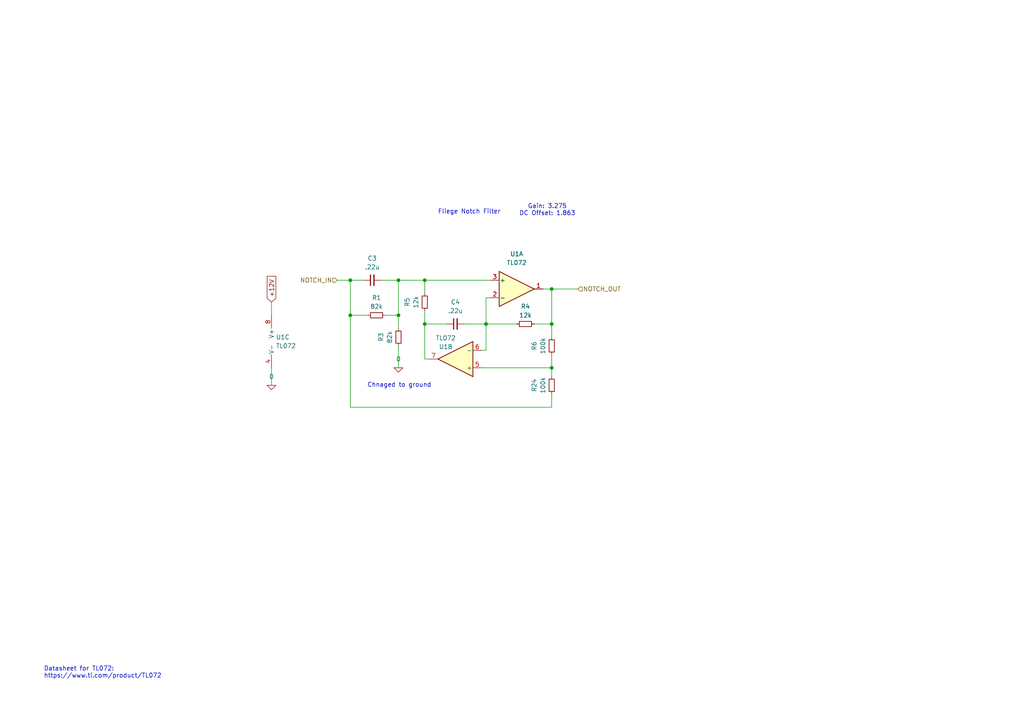
<source format=kicad_sch>
(kicad_sch (version 20250114) (generator "eeschema") (generator_version "9.0")
  (paper "A4")
  (lib_symbols
    (symbol "Amplifier_Operational:TL072" (pin_names (offset 0.127))
      (property "Reference" "U" (at 0 5.08 0))
      (property "Value" "TL072" (at 0 -5.08 0))
      (symbol "TL072_1_1"
        (polyline (pts (xy -5.08 5.08) (xy 5.08 0) (xy -5.08 -5.08) (xy -5.08 5.08)) (stroke (width 0.254)) (fill (type background)))
        (pin input line (at -7.62 2.54 0) (length 2.54) (name "+") (number "3"))
        (pin input line (at -7.62 -2.54 0) (length 2.54) (name "-") (number "2"))
        (pin output line (at 7.62 0 180) (length 2.54) (name "~") (number "1"))
      )
      (symbol "TL072_2_1"
        (polyline (pts (xy -5.08 5.08) (xy 5.08 0) (xy -5.08 -5.08) (xy -5.08 5.08)) (stroke (width 0.254)) (fill (type background)))
        (pin input line (at -7.62 2.54 0) (length 2.54) (name "+") (number "5"))
        (pin input line (at -7.62 -2.54 0) (length 2.54) (name "-") (number "6"))
        (pin output line (at 7.62 0 180) (length 2.54) (name "~") (number "7"))
      )
      (symbol "TL072_3_1"
        (pin power_in line (at -2.54 7.62 270) (length 3.81) (name "V+") (number "8"))
        (pin power_in line (at -2.54 -7.62 90) (length 3.81) (name "V-") (number "4"))
      )
    )
    (symbol "Device:C_Small" (pin_numbers (hide yes)) (pin_names (offset 0.254) (hide yes))
      (property "Reference" "C" (at 0.254 1.778 0))
      (property "Value" "C_Small" (at 0.254 -2.032 0))
      (symbol "C_Small_0_1"
        (polyline (pts (xy -1.524 0.508) (xy 1.524 0.508)) (stroke (width 0.3048)))
        (polyline (pts (xy -1.524 -0.508) (xy 1.524 -0.508)) (stroke (width 0.3302)))
      )
      (symbol "C_Small_1_1"
        (pin passive line (at 0 2.54 270) (length 2.032) (name "~") (number "1"))
        (pin passive line (at 0 -2.54 90) (length 2.032) (name "~") (number "2"))
      )
    )
    (symbol "Device:R_Small" (pin_numbers (hide yes)) (pin_names (offset 0.254) (hide yes))
      (property "Reference" "R" (at 0.762 0.508 0))
      (property "Value" "R_Small" (at 0.762 -1.016 0))
      (symbol "R_Small_0_1"
        (rectangle (start -0.762 1.778) (end 0.762 -1.778) (stroke (width 0.2032)))
      )
      (symbol "R_Small_1_1"
        (pin passive line (at 0 2.54 270) (length 0.762) (name "~") (number "1"))
        (pin passive line (at 0 -2.54 90) (length 0.762) (name "~") (number "2"))
      )
    )
    (symbol "Simulation_SPICE:0" (power) (pin_numbers (hide yes)) (pin_names (offset 0) (hide yes))
      (property "Value" "0" (at 0 -2.54 0))
      (symbol "0_0_1"
        (polyline (pts (xy -1.27 0) (xy 0 -1.27) (xy 1.27 0) (xy -1.27 0)))
      )
      (symbol "0_1_1"
        (pin power_in line (at 0 0 0) (length 0) (name "~") (number "1"))
      )
    )
  )
  (text "Fliege Notch Filter" (at 127 62.23 0) (effects (font (size 1.27 1.27)) (justify left bottom)))
  (text "Gain: 3.275\nDC Offset: 1.863" (at 158.75 60.96 0) (effects (font (size 1.27 1.27))))
  (text "Datasheet for TL072:\nhttps://www.ti.com/product/TL072" (at 12.7 196.85 0) (effects (font (size 1.27 1.27)) (justify left bottom)))
  (text "Chnaged to ground\n" (at 115.824 111.76 0) (effects (font (size 1.27 1.27))))
  (junction (at 160.02 83.82))
  (junction (at 115.57 91.44))
  (junction (at 160.02 106.68))
  (junction (at 101.6 81.28))
  (junction (at 160.02 93.98))
  (junction (at 115.57 81.28))
  (junction (at 123.19 93.98))
  (junction (at 101.6 91.44))
  (junction (at 140.97 93.98))
  (junction (at 123.19 81.28))
  (wire (pts (xy 78.74 106.68) (xy 78.74 111.76)))
  (wire (pts (xy 160.02 102.87) (xy 160.02 106.68)))
  (wire (pts (xy 160.02 83.82) (xy 160.02 93.98)))
  (wire (pts (xy 160.02 83.82) (xy 157.48 83.82)))
  (wire (pts (xy 101.6 81.28) (xy 105.41 81.28)))
  (wire (pts (xy 123.19 104.14) (xy 124.46 104.14)))
  (wire (pts (xy 123.19 90.17) (xy 123.19 93.98)))
  (wire (pts (xy 123.19 93.98) (xy 123.19 104.14)))
  (wire (pts (xy 78.74 87.63) (xy 78.74 91.44)))
  (wire (pts (xy 115.57 81.28) (xy 110.49 81.28)))
  (wire (pts (xy 115.57 100.33) (xy 115.57 106.68)))
  (wire (pts (xy 115.57 91.44) (xy 115.57 95.25)))
  (wire (pts (xy 160.02 118.11) (xy 160.02 114.3)))
  (wire (pts (xy 140.97 86.36) (xy 140.97 93.98)))
  (wire (pts (xy 140.97 93.98) (xy 140.97 101.6)))
  (wire (pts (xy 140.97 101.6) (xy 139.7 101.6)))
  (wire (pts (xy 160.02 93.98) (xy 160.02 97.79)))
  (wire (pts (xy 115.57 81.28) (xy 123.19 81.28)))
  (wire (pts (xy 140.97 93.98) (xy 149.86 93.98)))
  (wire (pts (xy 111.76 91.44) (xy 115.57 91.44)))
  (wire (pts (xy 101.6 91.44) (xy 106.68 91.44)))
  (wire (pts (xy 134.62 93.98) (xy 140.97 93.98)))
  (wire (pts (xy 115.57 91.44) (xy 115.57 81.28)))
  (wire (pts (xy 154.94 93.98) (xy 160.02 93.98)))
  (wire (pts (xy 101.6 81.28) (xy 101.6 91.44)))
  (wire (pts (xy 140.97 86.36) (xy 142.24 86.36)))
  (wire (pts (xy 160.02 106.68) (xy 160.02 109.22)))
  (wire (pts (xy 160.02 83.82) (xy 167.64 83.82)))
  (wire (pts (xy 123.19 93.98) (xy 129.54 93.98)))
  (wire (pts (xy 97.79 81.28) (xy 101.6 81.28)))
  (wire (pts (xy 139.7 106.68) (xy 160.02 106.68)))
  (wire (pts (xy 101.6 118.11) (xy 160.02 118.11)))
  (wire (pts (xy 101.6 91.44) (xy 101.6 118.11)))
  (wire (pts (xy 123.19 81.28) (xy 123.19 85.09)))
  (wire (pts (xy 123.19 81.28) (xy 142.24 81.28)))
  (global_label "+12V" (shape input) (at 78.74 87.63 90) (property "Intersheetrefs" "${INTERSHEET_REFS}" (effects (hide yes))))
  (hierarchical_label "NOTCH_IN" (shape input) (at 97.79 81.28 180))
  (hierarchical_label "NOTCH_OUT" (shape input) (at 167.64 83.82 0))
  (symbol (lib_id "Device:C_Small") (at 132.08 93.98 90) (unit 1)
    (property "Reference" "C4" (at 132.0863 87.63 90))
    (property "Value" ".22u" (at 132.0863 90.17 90))
    (property "Footprint" "Capacitor_SMD:C_0603_1608Metric" (effects (hide yes)))
    (property "Description" "Unpolarized capacitor, small symbol" (effects (hide yes)))
  )
  (symbol (lib_id "Device:R_Small") (at 115.57 97.79 0) (unit 1)
    (property "Reference" "R3" (at 110.49 97.79 90))
    (property "Value" "82k" (at 113.03 97.79 90))
    (property "Footprint" "Resistor_SMD:R_0201_0603Metric" (effects (hide yes)))
    (property "Description" "Resistor, small symbol" (effects (hide yes)))
  )
  (symbol (lib_id "Device:R_Small") (at 160.02 111.76 0) (unit 1)
    (property "Reference" "R24" (at 154.94 111.76 90))
    (property "Value" "100k" (at 157.48 111.76 90))
    (property "Footprint" "Resistor_SMD:R_0201_0603Metric" (effects (hide yes)))
    (property "Description" "Resistor, small symbol" (effects (hide yes)))
  )
  (symbol (lib_id "Device:R_Small") (at 109.22 91.44 270) (unit 1)
    (property "Reference" "R1" (at 109.22 86.36 90))
    (property "Value" "82k" (at 109.22 88.9 90))
    (property "Footprint" "Resistor_SMD:R_0201_0603Metric" (effects (hide yes)))
    (property "Description" "Resistor, small symbol" (effects (hide yes)))
  )
  (symbol (lib_id "Amplifier_Operational:TL072") (at 76.2 99.06 0) (mirror y) (unit 3)
    (property "Reference" "U1" (at 80.01 97.79 0) (effects (justify right)))
    (property "Value" "TL072" (at 80.01 100.33 0) (effects (justify right)))
    (property "Footprint" "Package_SO:SOIC-8_3.9x4.9mm_P1.27mm" (effects (hide yes)))
    (property "Datasheet" "http://www.ti.com/lit/ds/symlink/tl071.pdf" (effects (hide yes)))
    (property "Sim.Library" "C:\\Users\\mmf03\\Desktop\\KiCad Libraries\\TL072\\TL072_dual.lib" (effects (hide yes)))
    (property "Sim.Name" "TL072" (effects (hide yes)))
    (property "Sim.Device" "SUBCKT" (effects (hide yes)))
    (property "Sim.Pins" "1=1out 2=1in- 3=1in+ 4=vcc- 5=2in+ 6=2in- 7=2out 8=vcc+" (effects (hide yes)))
  )
  (symbol (lib_id "Device:R_Small") (at 160.02 100.33 0) (unit 1)
    (property "Reference" "R6" (at 154.94 100.33 90))
    (property "Value" "100k" (at 157.48 100.33 90))
    (property "Footprint" "Resistor_SMD:R_0201_0603Metric" (effects (hide yes)))
    (property "Description" "Resistor, small symbol" (effects (hide yes)))
  )
  (symbol (lib_id "Device:C_Small") (at 107.95 81.28 90) (unit 1)
    (property "Reference" "C3" (at 107.9563 74.93 90))
    (property "Value" ".22u" (at 107.9563 77.47 90))
    (property "Footprint" "Capacitor_SMD:C_0603_1608Metric" (effects (hide yes)))
    (property "Description" "Unpolarized capacitor, small symbol" (effects (hide yes)))
  )
  (symbol (lib_id "Device:R_Small") (at 152.4 93.98 270) (unit 1)
    (property "Reference" "R4" (at 152.4 88.9 90))
    (property "Value" "12k" (at 152.4 91.44 90))
    (property "Footprint" "Resistor_SMD:R_0201_0603Metric" (effects (hide yes)))
    (property "Description" "Resistor, small symbol" (effects (hide yes)))
  )
  (symbol (lib_id "Simulation_SPICE:0") (at 78.74 111.76 0) (unit 1)
    (property "Reference" "#GND05" (effects (hide yes)))
    (property "Value" "0" (at 78.74 109.22 0))
    (property "Datasheet" "https://ngspice.sourceforge.io/docs/ngspice-html-manual/manual.xhtml#subsec_Circuit_elements__device" (effects (hide yes)))
    (property "Description" "0V reference potential for simulation" (effects (hide yes)))
  )
  (symbol (lib_id "Amplifier_Operational:TL072") (at 132.08 104.14 180) (unit 2)
    (property "Reference" "U1" (at 129.286 100.584 0))
    (property "Value" "TL072" (at 129.286 98.044 0))
    (property "Footprint" "Package_SO:SOIC-8_3.9x4.9mm_P1.27mm" (effects (hide yes)))
    (property "Datasheet" "http://www.ti.com/lit/ds/symlink/tl071.pdf" (effects (hide yes)))
    (property "Sim.Library" "C:\\Users\\mmf03\\Desktop\\KiCad Libraries\\TL072\\TL072_dual.lib" (effects (hide yes)))
    (property "Sim.Name" "TL072" (effects (hide yes)))
    (property "Sim.Device" "SUBCKT" (effects (hide yes)))
    (property "Sim.Pins" "1=1out 2=1in- 3=1in+ 4=vcc- 5=2in+ 6=2in- 7=2out 8=vcc+" (effects (hide yes)))
  )
  (symbol (lib_id "Simulation_SPICE:0") (at 115.57 106.68 0) (unit 1)
    (property "Reference" "#GND07" (effects (hide yes)))
    (property "Value" "0" (at 115.57 104.14 0))
    (property "Datasheet" "https://ngspice.sourceforge.io/docs/ngspice-html-manual/manual.xhtml#subsec_Circuit_elements__device" (effects (hide yes)))
    (property "Description" "0V reference potential for simulation" (effects (hide yes)))
  )
  (symbol (lib_id "Device:R_Small") (at 123.19 87.63 0) (unit 1)
    (property "Reference" "R5" (at 118.11 87.63 90))
    (property "Value" "12k" (at 120.65 87.63 90))
    (property "Footprint" "Resistor_SMD:R_0201_0603Metric" (effects (hide yes)))
    (property "Description" "Resistor, small symbol" (effects (hide yes)))
  )
  (symbol (lib_id "Amplifier_Operational:TL072") (at 149.86 83.82 0) (unit 1)
    (property "Reference" "U1" (at 149.86 73.66 0))
    (property "Value" "TL072" (at 149.86 76.2 0))
    (property "Footprint" "Package_SO:SOIC-8_3.9x4.9mm_P1.27mm" (effects (hide yes)))
    (property "Datasheet" "http://www.ti.com/lit/ds/symlink/tl071.pdf" (effects (hide yes)))
    (property "Sim.Library" "C:\\Users\\mmf03\\Desktop\\KiCad Libraries\\TL072\\TL072_dual.lib" (effects (hide yes)))
    (property "Sim.Name" "TL072" (effects (hide yes)))
    (property "Sim.Device" "SUBCKT" (effects (hide yes)))
    (property "Sim.Pins" "1=1out 2=1in- 3=1in+ 4=vcc- 5=2in+ 6=2in- 7=2out 8=vcc+" (effects (hide yes)))
  )
)
</source>
